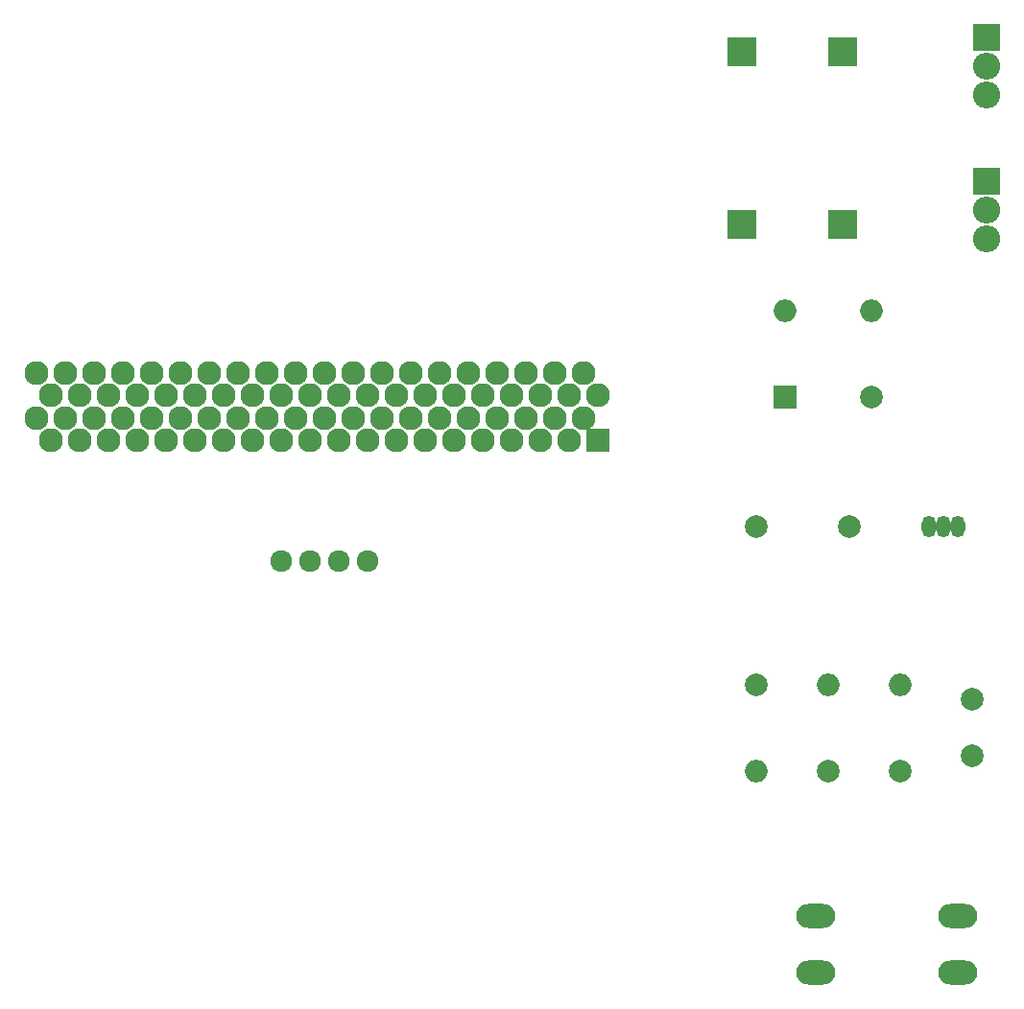
<source format=gbr>
G04 #@! TF.FileFunction,Soldermask,Bot*
%FSLAX46Y46*%
G04 Gerber Fmt 4.6, Leading zero omitted, Abs format (unit mm)*
G04 Created by KiCad (PCBNEW 4.0.7) date Tuesday, 22 May 2018 'PMt' 14:30:25*
%MOMM*%
%LPD*%
G01*
G04 APERTURE LIST*
%ADD10C,0.100000*%
%ADD11C,1.924000*%
%ADD12O,1.299160X1.901140*%
%ADD13R,2.000000X2.000000*%
%ADD14O,2.000000X2.000000*%
%ADD15R,2.635200X2.635200*%
%ADD16C,2.000000*%
%ADD17O,3.448000X2.127200*%
%ADD18O,2.398980X2.398980*%
%ADD19R,2.398980X2.398980*%
%ADD20O,2.127200X2.127200*%
%ADD21R,2.127200X2.127200*%
G04 APERTURE END LIST*
D10*
D11*
X119380000Y-102108000D03*
X121920000Y-102108000D03*
X124460000Y-102108000D03*
X127000000Y-102108000D03*
D12*
X177800000Y-99060000D03*
X179070000Y-99060000D03*
X176530000Y-99060000D03*
D13*
X163830000Y-87630000D03*
D14*
X163830000Y-80010000D03*
D15*
X160020000Y-57150000D03*
X168910000Y-57150000D03*
X160020000Y-72390000D03*
X168910000Y-72390000D03*
D16*
X171450000Y-87630000D03*
D14*
X171450000Y-80010000D03*
D16*
X180340000Y-114300000D03*
X180340000Y-119300000D03*
X167640000Y-120650000D03*
D14*
X167640000Y-113030000D03*
D16*
X173990000Y-120650000D03*
D14*
X173990000Y-113030000D03*
D16*
X161290000Y-113030000D03*
D14*
X161290000Y-120650000D03*
D17*
X166570000Y-138430000D03*
X166570000Y-133430000D03*
X179070000Y-138430000D03*
X179070000Y-133430000D03*
D18*
X181610000Y-60960000D03*
D19*
X181610000Y-55880000D03*
D18*
X181610000Y-58420000D03*
X181610000Y-73660000D03*
D19*
X181610000Y-68580000D03*
D18*
X181610000Y-71120000D03*
D16*
X161290000Y-99060000D03*
X169490000Y-99060000D03*
D20*
X97790000Y-85440000D03*
X99060000Y-87440000D03*
X100330000Y-85440000D03*
X101600000Y-87440000D03*
X102870000Y-85440000D03*
X104140000Y-87440000D03*
X105410000Y-85440000D03*
X106680000Y-87440000D03*
X107950000Y-85440000D03*
X109220000Y-87440000D03*
X110490000Y-85440000D03*
X111760000Y-87440000D03*
X113030000Y-85440000D03*
X114300000Y-87440000D03*
X115570000Y-85440000D03*
X116840000Y-87440000D03*
X118110000Y-85440000D03*
X119380000Y-87440000D03*
X120650000Y-89440000D03*
X118110000Y-89440000D03*
X115570000Y-89440000D03*
X113030000Y-89440000D03*
X110490000Y-89440000D03*
X107950000Y-89440000D03*
X105410000Y-89440000D03*
X102870000Y-89440000D03*
X100330000Y-89440000D03*
X97790000Y-89440000D03*
X119380000Y-91440000D03*
X116840000Y-91440000D03*
X114300000Y-91440000D03*
X111760000Y-91440000D03*
X109220000Y-91440000D03*
X106680000Y-91440000D03*
X104140000Y-91440000D03*
X101600000Y-91440000D03*
X99060000Y-91440000D03*
X120650000Y-85440000D03*
X146050000Y-85440000D03*
X147320000Y-87440000D03*
X121920000Y-91440000D03*
X124460000Y-91440000D03*
X127000000Y-91440000D03*
X129540000Y-91440000D03*
X132080000Y-91440000D03*
X134620000Y-91440000D03*
X137160000Y-91440000D03*
X139700000Y-91440000D03*
X142240000Y-91440000D03*
X144780000Y-91440000D03*
X123190000Y-89440000D03*
X125730000Y-89440000D03*
X128270000Y-89440000D03*
X130810000Y-89440000D03*
X133350000Y-89440000D03*
X135890000Y-89440000D03*
X138430000Y-89440000D03*
X140970000Y-89440000D03*
X143510000Y-89440000D03*
X146050000Y-89440000D03*
D21*
X147320000Y-91440000D03*
D20*
X144780000Y-87440000D03*
X143510000Y-85440000D03*
X142240000Y-87440000D03*
X140970000Y-85440000D03*
X139700000Y-87440000D03*
X138430000Y-85440000D03*
X137160000Y-87440000D03*
X135890000Y-85440000D03*
X134620000Y-87440000D03*
X133350000Y-85440000D03*
X132080000Y-87440000D03*
X130810000Y-85440000D03*
X129540000Y-87440000D03*
X128270000Y-85440000D03*
X127000000Y-87440000D03*
X125730000Y-85440000D03*
X124460000Y-87440000D03*
X123190000Y-85440000D03*
X121920000Y-87440000D03*
M02*

</source>
